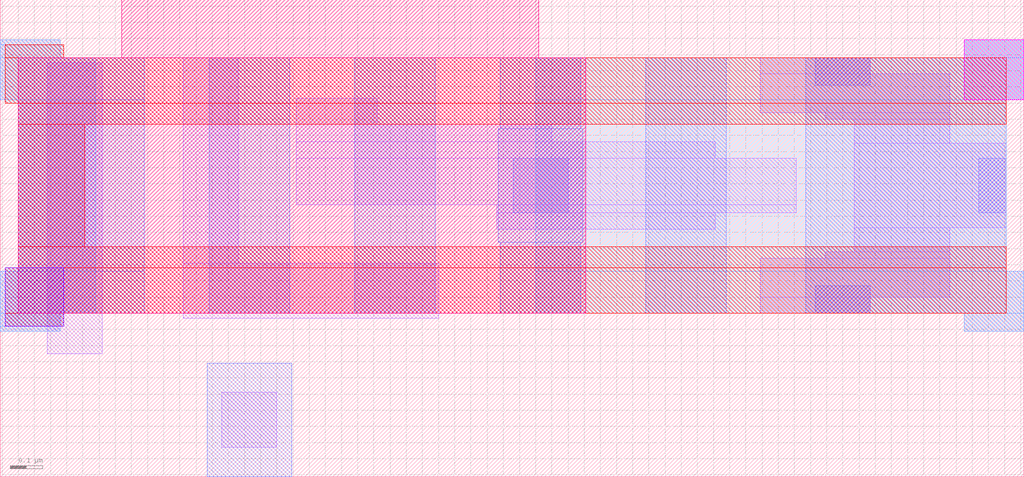
<source format=lef>
# Copyright 2020 The SkyWater PDK Authors
#
# Licensed under the Apache License, Version 2.0 (the "License");
# you may not use this file except in compliance with the License.
# You may obtain a copy of the License at
#
#     https://www.apache.org/licenses/LICENSE-2.0
#
# Unless required by applicable law or agreed to in writing, software
# distributed under the License is distributed on an "AS IS" BASIS,
# WITHOUT WARRANTIES OR CONDITIONS OF ANY KIND, either express or implied.
# See the License for the specific language governing permissions and
# limitations under the License.
#
# SPDX-License-Identifier: Apache-2.0

VERSION 5.7 ;
  NOWIREEXTENSIONATPIN ON ;
  DIVIDERCHAR "/" ;
  BUSBITCHARS "[]" ;
MACRO sky130_fd_bd_sram__sram_dp_blkinv_opt1a
  CLASS BLOCK ;
  FOREIGN sky130_fd_bd_sram__sram_dp_blkinv_opt1a ;
  ORIGIN  0.055000  0.505000 ;
  SIZE  3.165000 BY  1.475000 ;
  OBS
    LAYER li1 ;
      RECT 0.090000 -0.125000 0.260000  0.775000 ;
      RECT 0.510000 -0.015000 1.300000  0.155000 ;
      RECT 0.510000  0.155000 0.680000  0.790000 ;
      RECT 0.630000 -0.415000 0.800000 -0.245000 ;
      RECT 0.860000  0.335000 2.405000  0.480000 ;
      RECT 0.860000  0.480000 2.155000  0.530000 ;
      RECT 0.860000  0.530000 1.650000  0.585000 ;
      RECT 0.860000  0.585000 1.110000  0.665000 ;
      RECT 1.480000  0.260000 2.155000  0.310000 ;
      RECT 1.480000  0.310000 2.405000  0.335000 ;
      RECT 2.295000  0.000000 2.635000  0.050000 ;
      RECT 2.295000  0.050000 2.880000  0.170000 ;
      RECT 2.295000  0.620000 2.880000  0.740000 ;
      RECT 2.295000  0.740000 2.635000  0.790000 ;
      RECT 2.495000  0.170000 2.880000  0.190000 ;
      RECT 2.495000  0.600000 2.880000  0.620000 ;
      RECT 2.585000  0.190000 2.880000  0.265000 ;
      RECT 2.585000  0.265000 3.055000  0.525000 ;
      RECT 2.585000  0.525000 2.880000  0.600000 ;
    LAYER mcon ;
      RECT 1.530000 0.310000 1.700000 0.480000 ;
      RECT 2.465000 0.000000 2.635000 0.085000 ;
      RECT 2.465000 0.705000 2.635000 0.790000 ;
      RECT 2.970000 0.310000 3.055000 0.480000 ;
    LAYER met1 ;
      RECT -0.055000 -0.055000 0.130000  0.000000 ;
      RECT -0.055000  0.000000 0.390000  0.130000 ;
      RECT -0.055000  0.660000 0.390000  0.790000 ;
      RECT -0.055000  0.790000 0.130000  0.845000 ;
      RECT  0.000000  0.130000 0.390000  0.660000 ;
      RECT  0.585000 -0.505000 0.845000 -0.155000 ;
      RECT  0.590000  0.000000 0.840000  0.790000 ;
      RECT  1.040000  0.000000 1.290000  0.790000 ;
      RECT  1.485000  0.220000 1.745000  0.570000 ;
      RECT  1.490000  0.000000 1.740000  0.220000 ;
      RECT  1.490000  0.570000 1.740000  0.790000 ;
      RECT  1.940000  0.000000 2.190000  0.790000 ;
      RECT  2.435000  0.000000 3.110000  0.130000 ;
      RECT  2.435000  0.130000 3.055000  0.660000 ;
      RECT  2.435000  0.660000 3.110000  0.790000 ;
      RECT  2.925000 -0.055000 3.110000  0.000000 ;
      RECT  2.925000  0.790000 3.110000  0.845000 ;
    LAYER met2 ;
      RECT -0.055000 -0.055000 0.130000 -0.040000 ;
      RECT -0.055000 -0.040000 0.140000  0.000000 ;
      RECT -0.055000  0.000000 0.240000  0.130000 ;
      RECT -0.055000  0.660000 0.240000  0.790000 ;
      RECT -0.055000  0.790000 0.140000  0.830000 ;
      RECT -0.055000  0.830000 0.130000  0.845000 ;
      RECT -0.040000  0.130000 0.240000  0.140000 ;
      RECT -0.040000  0.650000 0.240000  0.660000 ;
      RECT  0.000000  0.140000 0.240000  0.650000 ;
      RECT  1.600000  0.000000 3.110000  0.130000 ;
      RECT  1.600000  0.130000 3.055000  0.660000 ;
      RECT  1.600000  0.660000 3.110000  0.790000 ;
      RECT  2.925000 -0.055000 3.110000  0.000000 ;
      RECT  2.925000  0.790000 3.110000  0.845000 ;
    LAYER met3 ;
      RECT -0.040000 -0.040000 0.140000 0.000000 ;
      RECT -0.040000  0.000000 3.055000 0.140000 ;
      RECT -0.040000  0.650000 3.055000 0.790000 ;
      RECT -0.040000  0.790000 0.140000 0.830000 ;
      RECT  0.000000  0.140000 3.055000 0.205000 ;
      RECT  0.000000  0.205000 0.205000 0.585000 ;
      RECT  0.000000  0.585000 3.055000 0.650000 ;
    LAYER nwell ;
      RECT 0.000000 0.000000 1.755000 0.790000 ;
      RECT 0.320000 0.790000 1.610000 0.970000 ;
    LAYER via ;
      RECT 2.925000 0.660000 3.110000 0.845000 ;
    LAYER via2 ;
      RECT -0.040000 -0.040000 0.140000 0.140000 ;
  END
END sky130_fd_bd_sram__sram_dp_blkinv_opt1a
END LIBRARY

</source>
